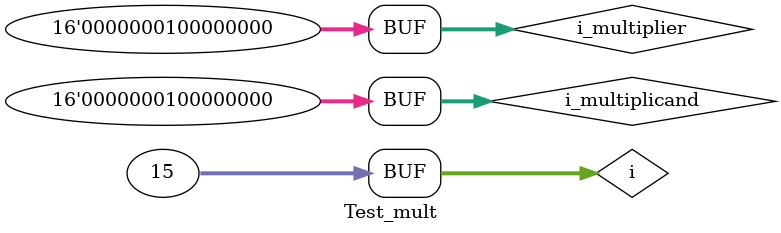
<source format=v>
`timescale 1ns / 1ps
 
module Test_mult;
 
	// Inputs
	reg [15:0] i_multiplicand;
	reg [15:0] i_multiplier;
 
	// Outputs
	wire [15:0] o_result;
	wire			ovr;
 
	integer i;

	// Instantiate the Unit Under Test (UUT)
	qmult #(7,16) uut (
		.i_multiplicand(i_multiplicand), 
		.i_multiplier(i_multiplier), 
		.o_result(o_result),
		.ovr(ovr)
	);

 
	initial begin
		$display("multiplicand,multiplier,result,ovr");
		$monitor ("%b,%b,%h,%h", i_multiplicand, i_multiplier, o_result, ovr);		//	Monitor the stuff we care about
 		/*
		// Initialize Inputs
 		i_multiplicand = 32'b00000000000110010010000111111011;	//pi = 3.141592
		i_multiplicand[31] = 0;												//	i_multiplicand sign
		i_multiplier[31] = 0;												//	i_multiplier sign
		i_multiplier[30:0] = 0;
		*/

		// Initialize Inputs
 		i_multiplicand = 16'b0000000110010010;	//pi = 3.140625
		i_multiplicand[15] = 0;												//	i_multiplicand sign
		i_multiplier[15] = 0;												//	i_multiplier sign
		i_multiplier[15:0] = 0;
		// Wait 100 ns for global reset to finish
		#100;
		#100 i_multiplier[0] = 1;		//	1.91E-6
		#1;
		for (i = 0; i < 15; i++) begin
			i_multiplier = #1 i_multiplier | (1 << i);
		end

		//Negative test
		i_multiplier = 16'b1000000010011110;
		#1;
		i_multiplicand = 16'b1000000110010010;
		#2;
		i_multiplicand = 16'b0000000110010010;

		i_multiplier = 16'h0100;
		i_multiplicand = 16'h0100;

  	end
 
endmodule
 
</source>
